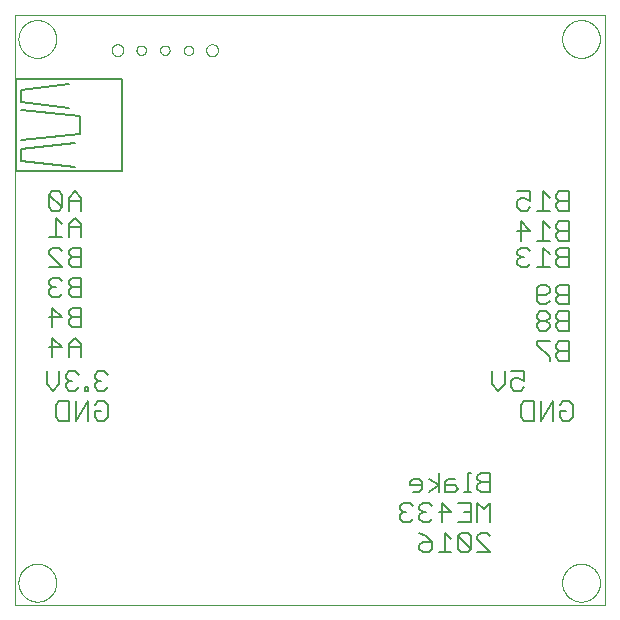
<source format=gbo>
G75*
%MOIN*%
%OFA0B0*%
%FSLAX25Y25*%
%IPPOS*%
%LPD*%
%AMOC8*
5,1,8,0,0,1.08239X$1,22.5*
%
%ADD10C,0.00000*%
%ADD11C,0.00600*%
%ADD12C,0.00500*%
D10*
X0001800Y0001800D02*
X0001800Y0198650D01*
X0198650Y0198650D01*
X0198650Y0001800D01*
X0001800Y0001800D01*
X0003001Y0009300D02*
X0003003Y0009458D01*
X0003009Y0009616D01*
X0003019Y0009774D01*
X0003033Y0009932D01*
X0003051Y0010089D01*
X0003072Y0010246D01*
X0003098Y0010402D01*
X0003128Y0010558D01*
X0003161Y0010713D01*
X0003199Y0010866D01*
X0003240Y0011019D01*
X0003285Y0011171D01*
X0003334Y0011322D01*
X0003387Y0011471D01*
X0003443Y0011619D01*
X0003503Y0011765D01*
X0003567Y0011910D01*
X0003635Y0012053D01*
X0003706Y0012195D01*
X0003780Y0012335D01*
X0003858Y0012472D01*
X0003940Y0012608D01*
X0004024Y0012742D01*
X0004113Y0012873D01*
X0004204Y0013002D01*
X0004299Y0013129D01*
X0004396Y0013254D01*
X0004497Y0013376D01*
X0004601Y0013495D01*
X0004708Y0013612D01*
X0004818Y0013726D01*
X0004931Y0013837D01*
X0005046Y0013946D01*
X0005164Y0014051D01*
X0005285Y0014153D01*
X0005408Y0014253D01*
X0005534Y0014349D01*
X0005662Y0014442D01*
X0005792Y0014532D01*
X0005925Y0014618D01*
X0006060Y0014702D01*
X0006196Y0014781D01*
X0006335Y0014858D01*
X0006476Y0014930D01*
X0006618Y0015000D01*
X0006762Y0015065D01*
X0006908Y0015127D01*
X0007055Y0015185D01*
X0007204Y0015240D01*
X0007354Y0015291D01*
X0007505Y0015338D01*
X0007657Y0015381D01*
X0007810Y0015420D01*
X0007965Y0015456D01*
X0008120Y0015487D01*
X0008276Y0015515D01*
X0008432Y0015539D01*
X0008589Y0015559D01*
X0008747Y0015575D01*
X0008904Y0015587D01*
X0009063Y0015595D01*
X0009221Y0015599D01*
X0009379Y0015599D01*
X0009537Y0015595D01*
X0009696Y0015587D01*
X0009853Y0015575D01*
X0010011Y0015559D01*
X0010168Y0015539D01*
X0010324Y0015515D01*
X0010480Y0015487D01*
X0010635Y0015456D01*
X0010790Y0015420D01*
X0010943Y0015381D01*
X0011095Y0015338D01*
X0011246Y0015291D01*
X0011396Y0015240D01*
X0011545Y0015185D01*
X0011692Y0015127D01*
X0011838Y0015065D01*
X0011982Y0015000D01*
X0012124Y0014930D01*
X0012265Y0014858D01*
X0012404Y0014781D01*
X0012540Y0014702D01*
X0012675Y0014618D01*
X0012808Y0014532D01*
X0012938Y0014442D01*
X0013066Y0014349D01*
X0013192Y0014253D01*
X0013315Y0014153D01*
X0013436Y0014051D01*
X0013554Y0013946D01*
X0013669Y0013837D01*
X0013782Y0013726D01*
X0013892Y0013612D01*
X0013999Y0013495D01*
X0014103Y0013376D01*
X0014204Y0013254D01*
X0014301Y0013129D01*
X0014396Y0013002D01*
X0014487Y0012873D01*
X0014576Y0012742D01*
X0014660Y0012608D01*
X0014742Y0012472D01*
X0014820Y0012335D01*
X0014894Y0012195D01*
X0014965Y0012053D01*
X0015033Y0011910D01*
X0015097Y0011765D01*
X0015157Y0011619D01*
X0015213Y0011471D01*
X0015266Y0011322D01*
X0015315Y0011171D01*
X0015360Y0011019D01*
X0015401Y0010866D01*
X0015439Y0010713D01*
X0015472Y0010558D01*
X0015502Y0010402D01*
X0015528Y0010246D01*
X0015549Y0010089D01*
X0015567Y0009932D01*
X0015581Y0009774D01*
X0015591Y0009616D01*
X0015597Y0009458D01*
X0015599Y0009300D01*
X0015597Y0009142D01*
X0015591Y0008984D01*
X0015581Y0008826D01*
X0015567Y0008668D01*
X0015549Y0008511D01*
X0015528Y0008354D01*
X0015502Y0008198D01*
X0015472Y0008042D01*
X0015439Y0007887D01*
X0015401Y0007734D01*
X0015360Y0007581D01*
X0015315Y0007429D01*
X0015266Y0007278D01*
X0015213Y0007129D01*
X0015157Y0006981D01*
X0015097Y0006835D01*
X0015033Y0006690D01*
X0014965Y0006547D01*
X0014894Y0006405D01*
X0014820Y0006265D01*
X0014742Y0006128D01*
X0014660Y0005992D01*
X0014576Y0005858D01*
X0014487Y0005727D01*
X0014396Y0005598D01*
X0014301Y0005471D01*
X0014204Y0005346D01*
X0014103Y0005224D01*
X0013999Y0005105D01*
X0013892Y0004988D01*
X0013782Y0004874D01*
X0013669Y0004763D01*
X0013554Y0004654D01*
X0013436Y0004549D01*
X0013315Y0004447D01*
X0013192Y0004347D01*
X0013066Y0004251D01*
X0012938Y0004158D01*
X0012808Y0004068D01*
X0012675Y0003982D01*
X0012540Y0003898D01*
X0012404Y0003819D01*
X0012265Y0003742D01*
X0012124Y0003670D01*
X0011982Y0003600D01*
X0011838Y0003535D01*
X0011692Y0003473D01*
X0011545Y0003415D01*
X0011396Y0003360D01*
X0011246Y0003309D01*
X0011095Y0003262D01*
X0010943Y0003219D01*
X0010790Y0003180D01*
X0010635Y0003144D01*
X0010480Y0003113D01*
X0010324Y0003085D01*
X0010168Y0003061D01*
X0010011Y0003041D01*
X0009853Y0003025D01*
X0009696Y0003013D01*
X0009537Y0003005D01*
X0009379Y0003001D01*
X0009221Y0003001D01*
X0009063Y0003005D01*
X0008904Y0003013D01*
X0008747Y0003025D01*
X0008589Y0003041D01*
X0008432Y0003061D01*
X0008276Y0003085D01*
X0008120Y0003113D01*
X0007965Y0003144D01*
X0007810Y0003180D01*
X0007657Y0003219D01*
X0007505Y0003262D01*
X0007354Y0003309D01*
X0007204Y0003360D01*
X0007055Y0003415D01*
X0006908Y0003473D01*
X0006762Y0003535D01*
X0006618Y0003600D01*
X0006476Y0003670D01*
X0006335Y0003742D01*
X0006196Y0003819D01*
X0006060Y0003898D01*
X0005925Y0003982D01*
X0005792Y0004068D01*
X0005662Y0004158D01*
X0005534Y0004251D01*
X0005408Y0004347D01*
X0005285Y0004447D01*
X0005164Y0004549D01*
X0005046Y0004654D01*
X0004931Y0004763D01*
X0004818Y0004874D01*
X0004708Y0004988D01*
X0004601Y0005105D01*
X0004497Y0005224D01*
X0004396Y0005346D01*
X0004299Y0005471D01*
X0004204Y0005598D01*
X0004113Y0005727D01*
X0004024Y0005858D01*
X0003940Y0005992D01*
X0003858Y0006128D01*
X0003780Y0006265D01*
X0003706Y0006405D01*
X0003635Y0006547D01*
X0003567Y0006690D01*
X0003503Y0006835D01*
X0003443Y0006981D01*
X0003387Y0007129D01*
X0003334Y0007278D01*
X0003285Y0007429D01*
X0003240Y0007581D01*
X0003199Y0007734D01*
X0003161Y0007887D01*
X0003128Y0008042D01*
X0003098Y0008198D01*
X0003072Y0008354D01*
X0003051Y0008511D01*
X0003033Y0008668D01*
X0003019Y0008826D01*
X0003009Y0008984D01*
X0003003Y0009142D01*
X0003001Y0009300D01*
X0034083Y0186800D02*
X0034085Y0186888D01*
X0034091Y0186976D01*
X0034101Y0187064D01*
X0034115Y0187152D01*
X0034132Y0187238D01*
X0034154Y0187324D01*
X0034179Y0187408D01*
X0034209Y0187492D01*
X0034241Y0187574D01*
X0034278Y0187654D01*
X0034318Y0187733D01*
X0034362Y0187810D01*
X0034409Y0187885D01*
X0034459Y0187957D01*
X0034513Y0188028D01*
X0034569Y0188095D01*
X0034629Y0188161D01*
X0034691Y0188223D01*
X0034757Y0188283D01*
X0034824Y0188339D01*
X0034895Y0188393D01*
X0034967Y0188443D01*
X0035042Y0188490D01*
X0035119Y0188534D01*
X0035198Y0188574D01*
X0035278Y0188611D01*
X0035360Y0188643D01*
X0035444Y0188673D01*
X0035528Y0188698D01*
X0035614Y0188720D01*
X0035700Y0188737D01*
X0035788Y0188751D01*
X0035876Y0188761D01*
X0035964Y0188767D01*
X0036052Y0188769D01*
X0036140Y0188767D01*
X0036228Y0188761D01*
X0036316Y0188751D01*
X0036404Y0188737D01*
X0036490Y0188720D01*
X0036576Y0188698D01*
X0036660Y0188673D01*
X0036744Y0188643D01*
X0036826Y0188611D01*
X0036906Y0188574D01*
X0036985Y0188534D01*
X0037062Y0188490D01*
X0037137Y0188443D01*
X0037209Y0188393D01*
X0037280Y0188339D01*
X0037347Y0188283D01*
X0037413Y0188223D01*
X0037475Y0188161D01*
X0037535Y0188095D01*
X0037591Y0188028D01*
X0037645Y0187957D01*
X0037695Y0187885D01*
X0037742Y0187810D01*
X0037786Y0187733D01*
X0037826Y0187654D01*
X0037863Y0187574D01*
X0037895Y0187492D01*
X0037925Y0187408D01*
X0037950Y0187324D01*
X0037972Y0187238D01*
X0037989Y0187152D01*
X0038003Y0187064D01*
X0038013Y0186976D01*
X0038019Y0186888D01*
X0038021Y0186800D01*
X0038019Y0186712D01*
X0038013Y0186624D01*
X0038003Y0186536D01*
X0037989Y0186448D01*
X0037972Y0186362D01*
X0037950Y0186276D01*
X0037925Y0186192D01*
X0037895Y0186108D01*
X0037863Y0186026D01*
X0037826Y0185946D01*
X0037786Y0185867D01*
X0037742Y0185790D01*
X0037695Y0185715D01*
X0037645Y0185643D01*
X0037591Y0185572D01*
X0037535Y0185505D01*
X0037475Y0185439D01*
X0037413Y0185377D01*
X0037347Y0185317D01*
X0037280Y0185261D01*
X0037209Y0185207D01*
X0037137Y0185157D01*
X0037062Y0185110D01*
X0036985Y0185066D01*
X0036906Y0185026D01*
X0036826Y0184989D01*
X0036744Y0184957D01*
X0036660Y0184927D01*
X0036576Y0184902D01*
X0036490Y0184880D01*
X0036404Y0184863D01*
X0036316Y0184849D01*
X0036228Y0184839D01*
X0036140Y0184833D01*
X0036052Y0184831D01*
X0035964Y0184833D01*
X0035876Y0184839D01*
X0035788Y0184849D01*
X0035700Y0184863D01*
X0035614Y0184880D01*
X0035528Y0184902D01*
X0035444Y0184927D01*
X0035360Y0184957D01*
X0035278Y0184989D01*
X0035198Y0185026D01*
X0035119Y0185066D01*
X0035042Y0185110D01*
X0034967Y0185157D01*
X0034895Y0185207D01*
X0034824Y0185261D01*
X0034757Y0185317D01*
X0034691Y0185377D01*
X0034629Y0185439D01*
X0034569Y0185505D01*
X0034513Y0185572D01*
X0034459Y0185643D01*
X0034409Y0185715D01*
X0034362Y0185790D01*
X0034318Y0185867D01*
X0034278Y0185946D01*
X0034241Y0186026D01*
X0034209Y0186108D01*
X0034179Y0186192D01*
X0034154Y0186276D01*
X0034132Y0186362D01*
X0034115Y0186448D01*
X0034101Y0186536D01*
X0034091Y0186624D01*
X0034085Y0186712D01*
X0034083Y0186800D01*
X0042351Y0186800D02*
X0042353Y0186879D01*
X0042359Y0186958D01*
X0042369Y0187037D01*
X0042383Y0187115D01*
X0042400Y0187192D01*
X0042422Y0187268D01*
X0042447Y0187343D01*
X0042477Y0187416D01*
X0042509Y0187488D01*
X0042546Y0187559D01*
X0042586Y0187627D01*
X0042629Y0187693D01*
X0042675Y0187757D01*
X0042725Y0187819D01*
X0042778Y0187878D01*
X0042833Y0187934D01*
X0042892Y0187988D01*
X0042953Y0188038D01*
X0043016Y0188086D01*
X0043082Y0188130D01*
X0043150Y0188171D01*
X0043220Y0188208D01*
X0043291Y0188242D01*
X0043365Y0188272D01*
X0043439Y0188298D01*
X0043515Y0188320D01*
X0043592Y0188339D01*
X0043670Y0188354D01*
X0043748Y0188365D01*
X0043827Y0188372D01*
X0043906Y0188375D01*
X0043985Y0188374D01*
X0044064Y0188369D01*
X0044143Y0188360D01*
X0044221Y0188347D01*
X0044298Y0188330D01*
X0044375Y0188310D01*
X0044450Y0188285D01*
X0044524Y0188257D01*
X0044597Y0188225D01*
X0044667Y0188190D01*
X0044736Y0188151D01*
X0044803Y0188108D01*
X0044868Y0188062D01*
X0044930Y0188014D01*
X0044990Y0187962D01*
X0045047Y0187907D01*
X0045101Y0187849D01*
X0045152Y0187789D01*
X0045200Y0187726D01*
X0045245Y0187661D01*
X0045287Y0187593D01*
X0045325Y0187524D01*
X0045359Y0187453D01*
X0045390Y0187380D01*
X0045418Y0187305D01*
X0045441Y0187230D01*
X0045461Y0187153D01*
X0045477Y0187076D01*
X0045489Y0186997D01*
X0045497Y0186919D01*
X0045501Y0186840D01*
X0045501Y0186760D01*
X0045497Y0186681D01*
X0045489Y0186603D01*
X0045477Y0186524D01*
X0045461Y0186447D01*
X0045441Y0186370D01*
X0045418Y0186295D01*
X0045390Y0186220D01*
X0045359Y0186147D01*
X0045325Y0186076D01*
X0045287Y0186007D01*
X0045245Y0185939D01*
X0045200Y0185874D01*
X0045152Y0185811D01*
X0045101Y0185751D01*
X0045047Y0185693D01*
X0044990Y0185638D01*
X0044930Y0185586D01*
X0044868Y0185538D01*
X0044803Y0185492D01*
X0044736Y0185449D01*
X0044667Y0185410D01*
X0044597Y0185375D01*
X0044524Y0185343D01*
X0044450Y0185315D01*
X0044375Y0185290D01*
X0044298Y0185270D01*
X0044221Y0185253D01*
X0044143Y0185240D01*
X0044064Y0185231D01*
X0043985Y0185226D01*
X0043906Y0185225D01*
X0043827Y0185228D01*
X0043748Y0185235D01*
X0043670Y0185246D01*
X0043592Y0185261D01*
X0043515Y0185280D01*
X0043439Y0185302D01*
X0043365Y0185328D01*
X0043291Y0185358D01*
X0043220Y0185392D01*
X0043150Y0185429D01*
X0043082Y0185470D01*
X0043016Y0185514D01*
X0042953Y0185562D01*
X0042892Y0185612D01*
X0042833Y0185666D01*
X0042778Y0185722D01*
X0042725Y0185781D01*
X0042675Y0185843D01*
X0042629Y0185907D01*
X0042586Y0185973D01*
X0042546Y0186041D01*
X0042509Y0186112D01*
X0042477Y0186184D01*
X0042447Y0186257D01*
X0042422Y0186332D01*
X0042400Y0186408D01*
X0042383Y0186485D01*
X0042369Y0186563D01*
X0042359Y0186642D01*
X0042353Y0186721D01*
X0042351Y0186800D01*
X0050225Y0186800D02*
X0050227Y0186879D01*
X0050233Y0186958D01*
X0050243Y0187037D01*
X0050257Y0187115D01*
X0050274Y0187192D01*
X0050296Y0187268D01*
X0050321Y0187343D01*
X0050351Y0187416D01*
X0050383Y0187488D01*
X0050420Y0187559D01*
X0050460Y0187627D01*
X0050503Y0187693D01*
X0050549Y0187757D01*
X0050599Y0187819D01*
X0050652Y0187878D01*
X0050707Y0187934D01*
X0050766Y0187988D01*
X0050827Y0188038D01*
X0050890Y0188086D01*
X0050956Y0188130D01*
X0051024Y0188171D01*
X0051094Y0188208D01*
X0051165Y0188242D01*
X0051239Y0188272D01*
X0051313Y0188298D01*
X0051389Y0188320D01*
X0051466Y0188339D01*
X0051544Y0188354D01*
X0051622Y0188365D01*
X0051701Y0188372D01*
X0051780Y0188375D01*
X0051859Y0188374D01*
X0051938Y0188369D01*
X0052017Y0188360D01*
X0052095Y0188347D01*
X0052172Y0188330D01*
X0052249Y0188310D01*
X0052324Y0188285D01*
X0052398Y0188257D01*
X0052471Y0188225D01*
X0052541Y0188190D01*
X0052610Y0188151D01*
X0052677Y0188108D01*
X0052742Y0188062D01*
X0052804Y0188014D01*
X0052864Y0187962D01*
X0052921Y0187907D01*
X0052975Y0187849D01*
X0053026Y0187789D01*
X0053074Y0187726D01*
X0053119Y0187661D01*
X0053161Y0187593D01*
X0053199Y0187524D01*
X0053233Y0187453D01*
X0053264Y0187380D01*
X0053292Y0187305D01*
X0053315Y0187230D01*
X0053335Y0187153D01*
X0053351Y0187076D01*
X0053363Y0186997D01*
X0053371Y0186919D01*
X0053375Y0186840D01*
X0053375Y0186760D01*
X0053371Y0186681D01*
X0053363Y0186603D01*
X0053351Y0186524D01*
X0053335Y0186447D01*
X0053315Y0186370D01*
X0053292Y0186295D01*
X0053264Y0186220D01*
X0053233Y0186147D01*
X0053199Y0186076D01*
X0053161Y0186007D01*
X0053119Y0185939D01*
X0053074Y0185874D01*
X0053026Y0185811D01*
X0052975Y0185751D01*
X0052921Y0185693D01*
X0052864Y0185638D01*
X0052804Y0185586D01*
X0052742Y0185538D01*
X0052677Y0185492D01*
X0052610Y0185449D01*
X0052541Y0185410D01*
X0052471Y0185375D01*
X0052398Y0185343D01*
X0052324Y0185315D01*
X0052249Y0185290D01*
X0052172Y0185270D01*
X0052095Y0185253D01*
X0052017Y0185240D01*
X0051938Y0185231D01*
X0051859Y0185226D01*
X0051780Y0185225D01*
X0051701Y0185228D01*
X0051622Y0185235D01*
X0051544Y0185246D01*
X0051466Y0185261D01*
X0051389Y0185280D01*
X0051313Y0185302D01*
X0051239Y0185328D01*
X0051165Y0185358D01*
X0051094Y0185392D01*
X0051024Y0185429D01*
X0050956Y0185470D01*
X0050890Y0185514D01*
X0050827Y0185562D01*
X0050766Y0185612D01*
X0050707Y0185666D01*
X0050652Y0185722D01*
X0050599Y0185781D01*
X0050549Y0185843D01*
X0050503Y0185907D01*
X0050460Y0185973D01*
X0050420Y0186041D01*
X0050383Y0186112D01*
X0050351Y0186184D01*
X0050321Y0186257D01*
X0050296Y0186332D01*
X0050274Y0186408D01*
X0050257Y0186485D01*
X0050243Y0186563D01*
X0050233Y0186642D01*
X0050227Y0186721D01*
X0050225Y0186800D01*
X0058099Y0186800D02*
X0058101Y0186879D01*
X0058107Y0186958D01*
X0058117Y0187037D01*
X0058131Y0187115D01*
X0058148Y0187192D01*
X0058170Y0187268D01*
X0058195Y0187343D01*
X0058225Y0187416D01*
X0058257Y0187488D01*
X0058294Y0187559D01*
X0058334Y0187627D01*
X0058377Y0187693D01*
X0058423Y0187757D01*
X0058473Y0187819D01*
X0058526Y0187878D01*
X0058581Y0187934D01*
X0058640Y0187988D01*
X0058701Y0188038D01*
X0058764Y0188086D01*
X0058830Y0188130D01*
X0058898Y0188171D01*
X0058968Y0188208D01*
X0059039Y0188242D01*
X0059113Y0188272D01*
X0059187Y0188298D01*
X0059263Y0188320D01*
X0059340Y0188339D01*
X0059418Y0188354D01*
X0059496Y0188365D01*
X0059575Y0188372D01*
X0059654Y0188375D01*
X0059733Y0188374D01*
X0059812Y0188369D01*
X0059891Y0188360D01*
X0059969Y0188347D01*
X0060046Y0188330D01*
X0060123Y0188310D01*
X0060198Y0188285D01*
X0060272Y0188257D01*
X0060345Y0188225D01*
X0060415Y0188190D01*
X0060484Y0188151D01*
X0060551Y0188108D01*
X0060616Y0188062D01*
X0060678Y0188014D01*
X0060738Y0187962D01*
X0060795Y0187907D01*
X0060849Y0187849D01*
X0060900Y0187789D01*
X0060948Y0187726D01*
X0060993Y0187661D01*
X0061035Y0187593D01*
X0061073Y0187524D01*
X0061107Y0187453D01*
X0061138Y0187380D01*
X0061166Y0187305D01*
X0061189Y0187230D01*
X0061209Y0187153D01*
X0061225Y0187076D01*
X0061237Y0186997D01*
X0061245Y0186919D01*
X0061249Y0186840D01*
X0061249Y0186760D01*
X0061245Y0186681D01*
X0061237Y0186603D01*
X0061225Y0186524D01*
X0061209Y0186447D01*
X0061189Y0186370D01*
X0061166Y0186295D01*
X0061138Y0186220D01*
X0061107Y0186147D01*
X0061073Y0186076D01*
X0061035Y0186007D01*
X0060993Y0185939D01*
X0060948Y0185874D01*
X0060900Y0185811D01*
X0060849Y0185751D01*
X0060795Y0185693D01*
X0060738Y0185638D01*
X0060678Y0185586D01*
X0060616Y0185538D01*
X0060551Y0185492D01*
X0060484Y0185449D01*
X0060415Y0185410D01*
X0060345Y0185375D01*
X0060272Y0185343D01*
X0060198Y0185315D01*
X0060123Y0185290D01*
X0060046Y0185270D01*
X0059969Y0185253D01*
X0059891Y0185240D01*
X0059812Y0185231D01*
X0059733Y0185226D01*
X0059654Y0185225D01*
X0059575Y0185228D01*
X0059496Y0185235D01*
X0059418Y0185246D01*
X0059340Y0185261D01*
X0059263Y0185280D01*
X0059187Y0185302D01*
X0059113Y0185328D01*
X0059039Y0185358D01*
X0058968Y0185392D01*
X0058898Y0185429D01*
X0058830Y0185470D01*
X0058764Y0185514D01*
X0058701Y0185562D01*
X0058640Y0185612D01*
X0058581Y0185666D01*
X0058526Y0185722D01*
X0058473Y0185781D01*
X0058423Y0185843D01*
X0058377Y0185907D01*
X0058334Y0185973D01*
X0058294Y0186041D01*
X0058257Y0186112D01*
X0058225Y0186184D01*
X0058195Y0186257D01*
X0058170Y0186332D01*
X0058148Y0186408D01*
X0058131Y0186485D01*
X0058117Y0186563D01*
X0058107Y0186642D01*
X0058101Y0186721D01*
X0058099Y0186800D01*
X0065579Y0186800D02*
X0065581Y0186888D01*
X0065587Y0186976D01*
X0065597Y0187064D01*
X0065611Y0187152D01*
X0065628Y0187238D01*
X0065650Y0187324D01*
X0065675Y0187408D01*
X0065705Y0187492D01*
X0065737Y0187574D01*
X0065774Y0187654D01*
X0065814Y0187733D01*
X0065858Y0187810D01*
X0065905Y0187885D01*
X0065955Y0187957D01*
X0066009Y0188028D01*
X0066065Y0188095D01*
X0066125Y0188161D01*
X0066187Y0188223D01*
X0066253Y0188283D01*
X0066320Y0188339D01*
X0066391Y0188393D01*
X0066463Y0188443D01*
X0066538Y0188490D01*
X0066615Y0188534D01*
X0066694Y0188574D01*
X0066774Y0188611D01*
X0066856Y0188643D01*
X0066940Y0188673D01*
X0067024Y0188698D01*
X0067110Y0188720D01*
X0067196Y0188737D01*
X0067284Y0188751D01*
X0067372Y0188761D01*
X0067460Y0188767D01*
X0067548Y0188769D01*
X0067636Y0188767D01*
X0067724Y0188761D01*
X0067812Y0188751D01*
X0067900Y0188737D01*
X0067986Y0188720D01*
X0068072Y0188698D01*
X0068156Y0188673D01*
X0068240Y0188643D01*
X0068322Y0188611D01*
X0068402Y0188574D01*
X0068481Y0188534D01*
X0068558Y0188490D01*
X0068633Y0188443D01*
X0068705Y0188393D01*
X0068776Y0188339D01*
X0068843Y0188283D01*
X0068909Y0188223D01*
X0068971Y0188161D01*
X0069031Y0188095D01*
X0069087Y0188028D01*
X0069141Y0187957D01*
X0069191Y0187885D01*
X0069238Y0187810D01*
X0069282Y0187733D01*
X0069322Y0187654D01*
X0069359Y0187574D01*
X0069391Y0187492D01*
X0069421Y0187408D01*
X0069446Y0187324D01*
X0069468Y0187238D01*
X0069485Y0187152D01*
X0069499Y0187064D01*
X0069509Y0186976D01*
X0069515Y0186888D01*
X0069517Y0186800D01*
X0069515Y0186712D01*
X0069509Y0186624D01*
X0069499Y0186536D01*
X0069485Y0186448D01*
X0069468Y0186362D01*
X0069446Y0186276D01*
X0069421Y0186192D01*
X0069391Y0186108D01*
X0069359Y0186026D01*
X0069322Y0185946D01*
X0069282Y0185867D01*
X0069238Y0185790D01*
X0069191Y0185715D01*
X0069141Y0185643D01*
X0069087Y0185572D01*
X0069031Y0185505D01*
X0068971Y0185439D01*
X0068909Y0185377D01*
X0068843Y0185317D01*
X0068776Y0185261D01*
X0068705Y0185207D01*
X0068633Y0185157D01*
X0068558Y0185110D01*
X0068481Y0185066D01*
X0068402Y0185026D01*
X0068322Y0184989D01*
X0068240Y0184957D01*
X0068156Y0184927D01*
X0068072Y0184902D01*
X0067986Y0184880D01*
X0067900Y0184863D01*
X0067812Y0184849D01*
X0067724Y0184839D01*
X0067636Y0184833D01*
X0067548Y0184831D01*
X0067460Y0184833D01*
X0067372Y0184839D01*
X0067284Y0184849D01*
X0067196Y0184863D01*
X0067110Y0184880D01*
X0067024Y0184902D01*
X0066940Y0184927D01*
X0066856Y0184957D01*
X0066774Y0184989D01*
X0066694Y0185026D01*
X0066615Y0185066D01*
X0066538Y0185110D01*
X0066463Y0185157D01*
X0066391Y0185207D01*
X0066320Y0185261D01*
X0066253Y0185317D01*
X0066187Y0185377D01*
X0066125Y0185439D01*
X0066065Y0185505D01*
X0066009Y0185572D01*
X0065955Y0185643D01*
X0065905Y0185715D01*
X0065858Y0185790D01*
X0065814Y0185867D01*
X0065774Y0185946D01*
X0065737Y0186026D01*
X0065705Y0186108D01*
X0065675Y0186192D01*
X0065650Y0186276D01*
X0065628Y0186362D01*
X0065611Y0186448D01*
X0065597Y0186536D01*
X0065587Y0186624D01*
X0065581Y0186712D01*
X0065579Y0186800D01*
X0003001Y0190550D02*
X0003003Y0190708D01*
X0003009Y0190866D01*
X0003019Y0191024D01*
X0003033Y0191182D01*
X0003051Y0191339D01*
X0003072Y0191496D01*
X0003098Y0191652D01*
X0003128Y0191808D01*
X0003161Y0191963D01*
X0003199Y0192116D01*
X0003240Y0192269D01*
X0003285Y0192421D01*
X0003334Y0192572D01*
X0003387Y0192721D01*
X0003443Y0192869D01*
X0003503Y0193015D01*
X0003567Y0193160D01*
X0003635Y0193303D01*
X0003706Y0193445D01*
X0003780Y0193585D01*
X0003858Y0193722D01*
X0003940Y0193858D01*
X0004024Y0193992D01*
X0004113Y0194123D01*
X0004204Y0194252D01*
X0004299Y0194379D01*
X0004396Y0194504D01*
X0004497Y0194626D01*
X0004601Y0194745D01*
X0004708Y0194862D01*
X0004818Y0194976D01*
X0004931Y0195087D01*
X0005046Y0195196D01*
X0005164Y0195301D01*
X0005285Y0195403D01*
X0005408Y0195503D01*
X0005534Y0195599D01*
X0005662Y0195692D01*
X0005792Y0195782D01*
X0005925Y0195868D01*
X0006060Y0195952D01*
X0006196Y0196031D01*
X0006335Y0196108D01*
X0006476Y0196180D01*
X0006618Y0196250D01*
X0006762Y0196315D01*
X0006908Y0196377D01*
X0007055Y0196435D01*
X0007204Y0196490D01*
X0007354Y0196541D01*
X0007505Y0196588D01*
X0007657Y0196631D01*
X0007810Y0196670D01*
X0007965Y0196706D01*
X0008120Y0196737D01*
X0008276Y0196765D01*
X0008432Y0196789D01*
X0008589Y0196809D01*
X0008747Y0196825D01*
X0008904Y0196837D01*
X0009063Y0196845D01*
X0009221Y0196849D01*
X0009379Y0196849D01*
X0009537Y0196845D01*
X0009696Y0196837D01*
X0009853Y0196825D01*
X0010011Y0196809D01*
X0010168Y0196789D01*
X0010324Y0196765D01*
X0010480Y0196737D01*
X0010635Y0196706D01*
X0010790Y0196670D01*
X0010943Y0196631D01*
X0011095Y0196588D01*
X0011246Y0196541D01*
X0011396Y0196490D01*
X0011545Y0196435D01*
X0011692Y0196377D01*
X0011838Y0196315D01*
X0011982Y0196250D01*
X0012124Y0196180D01*
X0012265Y0196108D01*
X0012404Y0196031D01*
X0012540Y0195952D01*
X0012675Y0195868D01*
X0012808Y0195782D01*
X0012938Y0195692D01*
X0013066Y0195599D01*
X0013192Y0195503D01*
X0013315Y0195403D01*
X0013436Y0195301D01*
X0013554Y0195196D01*
X0013669Y0195087D01*
X0013782Y0194976D01*
X0013892Y0194862D01*
X0013999Y0194745D01*
X0014103Y0194626D01*
X0014204Y0194504D01*
X0014301Y0194379D01*
X0014396Y0194252D01*
X0014487Y0194123D01*
X0014576Y0193992D01*
X0014660Y0193858D01*
X0014742Y0193722D01*
X0014820Y0193585D01*
X0014894Y0193445D01*
X0014965Y0193303D01*
X0015033Y0193160D01*
X0015097Y0193015D01*
X0015157Y0192869D01*
X0015213Y0192721D01*
X0015266Y0192572D01*
X0015315Y0192421D01*
X0015360Y0192269D01*
X0015401Y0192116D01*
X0015439Y0191963D01*
X0015472Y0191808D01*
X0015502Y0191652D01*
X0015528Y0191496D01*
X0015549Y0191339D01*
X0015567Y0191182D01*
X0015581Y0191024D01*
X0015591Y0190866D01*
X0015597Y0190708D01*
X0015599Y0190550D01*
X0015597Y0190392D01*
X0015591Y0190234D01*
X0015581Y0190076D01*
X0015567Y0189918D01*
X0015549Y0189761D01*
X0015528Y0189604D01*
X0015502Y0189448D01*
X0015472Y0189292D01*
X0015439Y0189137D01*
X0015401Y0188984D01*
X0015360Y0188831D01*
X0015315Y0188679D01*
X0015266Y0188528D01*
X0015213Y0188379D01*
X0015157Y0188231D01*
X0015097Y0188085D01*
X0015033Y0187940D01*
X0014965Y0187797D01*
X0014894Y0187655D01*
X0014820Y0187515D01*
X0014742Y0187378D01*
X0014660Y0187242D01*
X0014576Y0187108D01*
X0014487Y0186977D01*
X0014396Y0186848D01*
X0014301Y0186721D01*
X0014204Y0186596D01*
X0014103Y0186474D01*
X0013999Y0186355D01*
X0013892Y0186238D01*
X0013782Y0186124D01*
X0013669Y0186013D01*
X0013554Y0185904D01*
X0013436Y0185799D01*
X0013315Y0185697D01*
X0013192Y0185597D01*
X0013066Y0185501D01*
X0012938Y0185408D01*
X0012808Y0185318D01*
X0012675Y0185232D01*
X0012540Y0185148D01*
X0012404Y0185069D01*
X0012265Y0184992D01*
X0012124Y0184920D01*
X0011982Y0184850D01*
X0011838Y0184785D01*
X0011692Y0184723D01*
X0011545Y0184665D01*
X0011396Y0184610D01*
X0011246Y0184559D01*
X0011095Y0184512D01*
X0010943Y0184469D01*
X0010790Y0184430D01*
X0010635Y0184394D01*
X0010480Y0184363D01*
X0010324Y0184335D01*
X0010168Y0184311D01*
X0010011Y0184291D01*
X0009853Y0184275D01*
X0009696Y0184263D01*
X0009537Y0184255D01*
X0009379Y0184251D01*
X0009221Y0184251D01*
X0009063Y0184255D01*
X0008904Y0184263D01*
X0008747Y0184275D01*
X0008589Y0184291D01*
X0008432Y0184311D01*
X0008276Y0184335D01*
X0008120Y0184363D01*
X0007965Y0184394D01*
X0007810Y0184430D01*
X0007657Y0184469D01*
X0007505Y0184512D01*
X0007354Y0184559D01*
X0007204Y0184610D01*
X0007055Y0184665D01*
X0006908Y0184723D01*
X0006762Y0184785D01*
X0006618Y0184850D01*
X0006476Y0184920D01*
X0006335Y0184992D01*
X0006196Y0185069D01*
X0006060Y0185148D01*
X0005925Y0185232D01*
X0005792Y0185318D01*
X0005662Y0185408D01*
X0005534Y0185501D01*
X0005408Y0185597D01*
X0005285Y0185697D01*
X0005164Y0185799D01*
X0005046Y0185904D01*
X0004931Y0186013D01*
X0004818Y0186124D01*
X0004708Y0186238D01*
X0004601Y0186355D01*
X0004497Y0186474D01*
X0004396Y0186596D01*
X0004299Y0186721D01*
X0004204Y0186848D01*
X0004113Y0186977D01*
X0004024Y0187108D01*
X0003940Y0187242D01*
X0003858Y0187378D01*
X0003780Y0187515D01*
X0003706Y0187655D01*
X0003635Y0187797D01*
X0003567Y0187940D01*
X0003503Y0188085D01*
X0003443Y0188231D01*
X0003387Y0188379D01*
X0003334Y0188528D01*
X0003285Y0188679D01*
X0003240Y0188831D01*
X0003199Y0188984D01*
X0003161Y0189137D01*
X0003128Y0189292D01*
X0003098Y0189448D01*
X0003072Y0189604D01*
X0003051Y0189761D01*
X0003033Y0189918D01*
X0003019Y0190076D01*
X0003009Y0190234D01*
X0003003Y0190392D01*
X0003001Y0190550D01*
X0184251Y0190550D02*
X0184253Y0190708D01*
X0184259Y0190866D01*
X0184269Y0191024D01*
X0184283Y0191182D01*
X0184301Y0191339D01*
X0184322Y0191496D01*
X0184348Y0191652D01*
X0184378Y0191808D01*
X0184411Y0191963D01*
X0184449Y0192116D01*
X0184490Y0192269D01*
X0184535Y0192421D01*
X0184584Y0192572D01*
X0184637Y0192721D01*
X0184693Y0192869D01*
X0184753Y0193015D01*
X0184817Y0193160D01*
X0184885Y0193303D01*
X0184956Y0193445D01*
X0185030Y0193585D01*
X0185108Y0193722D01*
X0185190Y0193858D01*
X0185274Y0193992D01*
X0185363Y0194123D01*
X0185454Y0194252D01*
X0185549Y0194379D01*
X0185646Y0194504D01*
X0185747Y0194626D01*
X0185851Y0194745D01*
X0185958Y0194862D01*
X0186068Y0194976D01*
X0186181Y0195087D01*
X0186296Y0195196D01*
X0186414Y0195301D01*
X0186535Y0195403D01*
X0186658Y0195503D01*
X0186784Y0195599D01*
X0186912Y0195692D01*
X0187042Y0195782D01*
X0187175Y0195868D01*
X0187310Y0195952D01*
X0187446Y0196031D01*
X0187585Y0196108D01*
X0187726Y0196180D01*
X0187868Y0196250D01*
X0188012Y0196315D01*
X0188158Y0196377D01*
X0188305Y0196435D01*
X0188454Y0196490D01*
X0188604Y0196541D01*
X0188755Y0196588D01*
X0188907Y0196631D01*
X0189060Y0196670D01*
X0189215Y0196706D01*
X0189370Y0196737D01*
X0189526Y0196765D01*
X0189682Y0196789D01*
X0189839Y0196809D01*
X0189997Y0196825D01*
X0190154Y0196837D01*
X0190313Y0196845D01*
X0190471Y0196849D01*
X0190629Y0196849D01*
X0190787Y0196845D01*
X0190946Y0196837D01*
X0191103Y0196825D01*
X0191261Y0196809D01*
X0191418Y0196789D01*
X0191574Y0196765D01*
X0191730Y0196737D01*
X0191885Y0196706D01*
X0192040Y0196670D01*
X0192193Y0196631D01*
X0192345Y0196588D01*
X0192496Y0196541D01*
X0192646Y0196490D01*
X0192795Y0196435D01*
X0192942Y0196377D01*
X0193088Y0196315D01*
X0193232Y0196250D01*
X0193374Y0196180D01*
X0193515Y0196108D01*
X0193654Y0196031D01*
X0193790Y0195952D01*
X0193925Y0195868D01*
X0194058Y0195782D01*
X0194188Y0195692D01*
X0194316Y0195599D01*
X0194442Y0195503D01*
X0194565Y0195403D01*
X0194686Y0195301D01*
X0194804Y0195196D01*
X0194919Y0195087D01*
X0195032Y0194976D01*
X0195142Y0194862D01*
X0195249Y0194745D01*
X0195353Y0194626D01*
X0195454Y0194504D01*
X0195551Y0194379D01*
X0195646Y0194252D01*
X0195737Y0194123D01*
X0195826Y0193992D01*
X0195910Y0193858D01*
X0195992Y0193722D01*
X0196070Y0193585D01*
X0196144Y0193445D01*
X0196215Y0193303D01*
X0196283Y0193160D01*
X0196347Y0193015D01*
X0196407Y0192869D01*
X0196463Y0192721D01*
X0196516Y0192572D01*
X0196565Y0192421D01*
X0196610Y0192269D01*
X0196651Y0192116D01*
X0196689Y0191963D01*
X0196722Y0191808D01*
X0196752Y0191652D01*
X0196778Y0191496D01*
X0196799Y0191339D01*
X0196817Y0191182D01*
X0196831Y0191024D01*
X0196841Y0190866D01*
X0196847Y0190708D01*
X0196849Y0190550D01*
X0196847Y0190392D01*
X0196841Y0190234D01*
X0196831Y0190076D01*
X0196817Y0189918D01*
X0196799Y0189761D01*
X0196778Y0189604D01*
X0196752Y0189448D01*
X0196722Y0189292D01*
X0196689Y0189137D01*
X0196651Y0188984D01*
X0196610Y0188831D01*
X0196565Y0188679D01*
X0196516Y0188528D01*
X0196463Y0188379D01*
X0196407Y0188231D01*
X0196347Y0188085D01*
X0196283Y0187940D01*
X0196215Y0187797D01*
X0196144Y0187655D01*
X0196070Y0187515D01*
X0195992Y0187378D01*
X0195910Y0187242D01*
X0195826Y0187108D01*
X0195737Y0186977D01*
X0195646Y0186848D01*
X0195551Y0186721D01*
X0195454Y0186596D01*
X0195353Y0186474D01*
X0195249Y0186355D01*
X0195142Y0186238D01*
X0195032Y0186124D01*
X0194919Y0186013D01*
X0194804Y0185904D01*
X0194686Y0185799D01*
X0194565Y0185697D01*
X0194442Y0185597D01*
X0194316Y0185501D01*
X0194188Y0185408D01*
X0194058Y0185318D01*
X0193925Y0185232D01*
X0193790Y0185148D01*
X0193654Y0185069D01*
X0193515Y0184992D01*
X0193374Y0184920D01*
X0193232Y0184850D01*
X0193088Y0184785D01*
X0192942Y0184723D01*
X0192795Y0184665D01*
X0192646Y0184610D01*
X0192496Y0184559D01*
X0192345Y0184512D01*
X0192193Y0184469D01*
X0192040Y0184430D01*
X0191885Y0184394D01*
X0191730Y0184363D01*
X0191574Y0184335D01*
X0191418Y0184311D01*
X0191261Y0184291D01*
X0191103Y0184275D01*
X0190946Y0184263D01*
X0190787Y0184255D01*
X0190629Y0184251D01*
X0190471Y0184251D01*
X0190313Y0184255D01*
X0190154Y0184263D01*
X0189997Y0184275D01*
X0189839Y0184291D01*
X0189682Y0184311D01*
X0189526Y0184335D01*
X0189370Y0184363D01*
X0189215Y0184394D01*
X0189060Y0184430D01*
X0188907Y0184469D01*
X0188755Y0184512D01*
X0188604Y0184559D01*
X0188454Y0184610D01*
X0188305Y0184665D01*
X0188158Y0184723D01*
X0188012Y0184785D01*
X0187868Y0184850D01*
X0187726Y0184920D01*
X0187585Y0184992D01*
X0187446Y0185069D01*
X0187310Y0185148D01*
X0187175Y0185232D01*
X0187042Y0185318D01*
X0186912Y0185408D01*
X0186784Y0185501D01*
X0186658Y0185597D01*
X0186535Y0185697D01*
X0186414Y0185799D01*
X0186296Y0185904D01*
X0186181Y0186013D01*
X0186068Y0186124D01*
X0185958Y0186238D01*
X0185851Y0186355D01*
X0185747Y0186474D01*
X0185646Y0186596D01*
X0185549Y0186721D01*
X0185454Y0186848D01*
X0185363Y0186977D01*
X0185274Y0187108D01*
X0185190Y0187242D01*
X0185108Y0187378D01*
X0185030Y0187515D01*
X0184956Y0187655D01*
X0184885Y0187797D01*
X0184817Y0187940D01*
X0184753Y0188085D01*
X0184693Y0188231D01*
X0184637Y0188379D01*
X0184584Y0188528D01*
X0184535Y0188679D01*
X0184490Y0188831D01*
X0184449Y0188984D01*
X0184411Y0189137D01*
X0184378Y0189292D01*
X0184348Y0189448D01*
X0184322Y0189604D01*
X0184301Y0189761D01*
X0184283Y0189918D01*
X0184269Y0190076D01*
X0184259Y0190234D01*
X0184253Y0190392D01*
X0184251Y0190550D01*
X0184251Y0009300D02*
X0184253Y0009458D01*
X0184259Y0009616D01*
X0184269Y0009774D01*
X0184283Y0009932D01*
X0184301Y0010089D01*
X0184322Y0010246D01*
X0184348Y0010402D01*
X0184378Y0010558D01*
X0184411Y0010713D01*
X0184449Y0010866D01*
X0184490Y0011019D01*
X0184535Y0011171D01*
X0184584Y0011322D01*
X0184637Y0011471D01*
X0184693Y0011619D01*
X0184753Y0011765D01*
X0184817Y0011910D01*
X0184885Y0012053D01*
X0184956Y0012195D01*
X0185030Y0012335D01*
X0185108Y0012472D01*
X0185190Y0012608D01*
X0185274Y0012742D01*
X0185363Y0012873D01*
X0185454Y0013002D01*
X0185549Y0013129D01*
X0185646Y0013254D01*
X0185747Y0013376D01*
X0185851Y0013495D01*
X0185958Y0013612D01*
X0186068Y0013726D01*
X0186181Y0013837D01*
X0186296Y0013946D01*
X0186414Y0014051D01*
X0186535Y0014153D01*
X0186658Y0014253D01*
X0186784Y0014349D01*
X0186912Y0014442D01*
X0187042Y0014532D01*
X0187175Y0014618D01*
X0187310Y0014702D01*
X0187446Y0014781D01*
X0187585Y0014858D01*
X0187726Y0014930D01*
X0187868Y0015000D01*
X0188012Y0015065D01*
X0188158Y0015127D01*
X0188305Y0015185D01*
X0188454Y0015240D01*
X0188604Y0015291D01*
X0188755Y0015338D01*
X0188907Y0015381D01*
X0189060Y0015420D01*
X0189215Y0015456D01*
X0189370Y0015487D01*
X0189526Y0015515D01*
X0189682Y0015539D01*
X0189839Y0015559D01*
X0189997Y0015575D01*
X0190154Y0015587D01*
X0190313Y0015595D01*
X0190471Y0015599D01*
X0190629Y0015599D01*
X0190787Y0015595D01*
X0190946Y0015587D01*
X0191103Y0015575D01*
X0191261Y0015559D01*
X0191418Y0015539D01*
X0191574Y0015515D01*
X0191730Y0015487D01*
X0191885Y0015456D01*
X0192040Y0015420D01*
X0192193Y0015381D01*
X0192345Y0015338D01*
X0192496Y0015291D01*
X0192646Y0015240D01*
X0192795Y0015185D01*
X0192942Y0015127D01*
X0193088Y0015065D01*
X0193232Y0015000D01*
X0193374Y0014930D01*
X0193515Y0014858D01*
X0193654Y0014781D01*
X0193790Y0014702D01*
X0193925Y0014618D01*
X0194058Y0014532D01*
X0194188Y0014442D01*
X0194316Y0014349D01*
X0194442Y0014253D01*
X0194565Y0014153D01*
X0194686Y0014051D01*
X0194804Y0013946D01*
X0194919Y0013837D01*
X0195032Y0013726D01*
X0195142Y0013612D01*
X0195249Y0013495D01*
X0195353Y0013376D01*
X0195454Y0013254D01*
X0195551Y0013129D01*
X0195646Y0013002D01*
X0195737Y0012873D01*
X0195826Y0012742D01*
X0195910Y0012608D01*
X0195992Y0012472D01*
X0196070Y0012335D01*
X0196144Y0012195D01*
X0196215Y0012053D01*
X0196283Y0011910D01*
X0196347Y0011765D01*
X0196407Y0011619D01*
X0196463Y0011471D01*
X0196516Y0011322D01*
X0196565Y0011171D01*
X0196610Y0011019D01*
X0196651Y0010866D01*
X0196689Y0010713D01*
X0196722Y0010558D01*
X0196752Y0010402D01*
X0196778Y0010246D01*
X0196799Y0010089D01*
X0196817Y0009932D01*
X0196831Y0009774D01*
X0196841Y0009616D01*
X0196847Y0009458D01*
X0196849Y0009300D01*
X0196847Y0009142D01*
X0196841Y0008984D01*
X0196831Y0008826D01*
X0196817Y0008668D01*
X0196799Y0008511D01*
X0196778Y0008354D01*
X0196752Y0008198D01*
X0196722Y0008042D01*
X0196689Y0007887D01*
X0196651Y0007734D01*
X0196610Y0007581D01*
X0196565Y0007429D01*
X0196516Y0007278D01*
X0196463Y0007129D01*
X0196407Y0006981D01*
X0196347Y0006835D01*
X0196283Y0006690D01*
X0196215Y0006547D01*
X0196144Y0006405D01*
X0196070Y0006265D01*
X0195992Y0006128D01*
X0195910Y0005992D01*
X0195826Y0005858D01*
X0195737Y0005727D01*
X0195646Y0005598D01*
X0195551Y0005471D01*
X0195454Y0005346D01*
X0195353Y0005224D01*
X0195249Y0005105D01*
X0195142Y0004988D01*
X0195032Y0004874D01*
X0194919Y0004763D01*
X0194804Y0004654D01*
X0194686Y0004549D01*
X0194565Y0004447D01*
X0194442Y0004347D01*
X0194316Y0004251D01*
X0194188Y0004158D01*
X0194058Y0004068D01*
X0193925Y0003982D01*
X0193790Y0003898D01*
X0193654Y0003819D01*
X0193515Y0003742D01*
X0193374Y0003670D01*
X0193232Y0003600D01*
X0193088Y0003535D01*
X0192942Y0003473D01*
X0192795Y0003415D01*
X0192646Y0003360D01*
X0192496Y0003309D01*
X0192345Y0003262D01*
X0192193Y0003219D01*
X0192040Y0003180D01*
X0191885Y0003144D01*
X0191730Y0003113D01*
X0191574Y0003085D01*
X0191418Y0003061D01*
X0191261Y0003041D01*
X0191103Y0003025D01*
X0190946Y0003013D01*
X0190787Y0003005D01*
X0190629Y0003001D01*
X0190471Y0003001D01*
X0190313Y0003005D01*
X0190154Y0003013D01*
X0189997Y0003025D01*
X0189839Y0003041D01*
X0189682Y0003061D01*
X0189526Y0003085D01*
X0189370Y0003113D01*
X0189215Y0003144D01*
X0189060Y0003180D01*
X0188907Y0003219D01*
X0188755Y0003262D01*
X0188604Y0003309D01*
X0188454Y0003360D01*
X0188305Y0003415D01*
X0188158Y0003473D01*
X0188012Y0003535D01*
X0187868Y0003600D01*
X0187726Y0003670D01*
X0187585Y0003742D01*
X0187446Y0003819D01*
X0187310Y0003898D01*
X0187175Y0003982D01*
X0187042Y0004068D01*
X0186912Y0004158D01*
X0186784Y0004251D01*
X0186658Y0004347D01*
X0186535Y0004447D01*
X0186414Y0004549D01*
X0186296Y0004654D01*
X0186181Y0004763D01*
X0186068Y0004874D01*
X0185958Y0004988D01*
X0185851Y0005105D01*
X0185747Y0005224D01*
X0185646Y0005346D01*
X0185549Y0005471D01*
X0185454Y0005598D01*
X0185363Y0005727D01*
X0185274Y0005858D01*
X0185190Y0005992D01*
X0185108Y0006128D01*
X0185030Y0006265D01*
X0184956Y0006405D01*
X0184885Y0006547D01*
X0184817Y0006690D01*
X0184753Y0006835D01*
X0184693Y0006981D01*
X0184637Y0007129D01*
X0184584Y0007278D01*
X0184535Y0007429D01*
X0184490Y0007581D01*
X0184449Y0007734D01*
X0184411Y0007887D01*
X0184378Y0008042D01*
X0184348Y0008198D01*
X0184322Y0008354D01*
X0184301Y0008511D01*
X0184283Y0008668D01*
X0184269Y0008826D01*
X0184259Y0008984D01*
X0184253Y0009142D01*
X0184251Y0009300D01*
D11*
X0160250Y0019600D02*
X0155980Y0023870D01*
X0155980Y0024938D01*
X0157047Y0026005D01*
X0159182Y0026005D01*
X0160250Y0024938D01*
X0160250Y0029600D02*
X0160250Y0036005D01*
X0158115Y0033870D01*
X0155980Y0036005D01*
X0155980Y0029600D01*
X0153805Y0029600D02*
X0149534Y0029600D01*
X0151669Y0032803D02*
X0153805Y0032803D01*
X0153805Y0036005D02*
X0153805Y0029600D01*
X0152737Y0026005D02*
X0150602Y0026005D01*
X0149534Y0024938D01*
X0153805Y0020668D01*
X0152737Y0019600D01*
X0150602Y0019600D01*
X0149534Y0020668D01*
X0149534Y0024938D01*
X0147359Y0023870D02*
X0145224Y0026005D01*
X0145224Y0019600D01*
X0147359Y0019600D02*
X0143089Y0019600D01*
X0140914Y0020668D02*
X0139846Y0019600D01*
X0137711Y0019600D01*
X0136643Y0020668D01*
X0136643Y0021735D01*
X0137711Y0022803D01*
X0140914Y0022803D01*
X0140914Y0020668D01*
X0140914Y0022803D02*
X0138778Y0024938D01*
X0136643Y0026005D01*
X0137711Y0029600D02*
X0139846Y0029600D01*
X0140914Y0030668D01*
X0138778Y0032803D02*
X0137711Y0032803D01*
X0136643Y0031735D01*
X0136643Y0030668D01*
X0137711Y0029600D01*
X0137711Y0032803D02*
X0136643Y0033870D01*
X0136643Y0034938D01*
X0137711Y0036005D01*
X0139846Y0036005D01*
X0140914Y0034938D01*
X0143089Y0032803D02*
X0147359Y0032803D01*
X0144156Y0036005D01*
X0144156Y0029600D01*
X0149534Y0036005D02*
X0153805Y0036005D01*
X0153805Y0039600D02*
X0151669Y0039600D01*
X0152737Y0039600D02*
X0152737Y0046005D01*
X0153805Y0046005D01*
X0155980Y0044938D02*
X0155980Y0043870D01*
X0157047Y0042803D01*
X0160250Y0042803D01*
X0160250Y0046005D02*
X0160250Y0039600D01*
X0157047Y0039600D01*
X0155980Y0040668D01*
X0155980Y0041735D01*
X0157047Y0042803D01*
X0155980Y0044938D02*
X0157047Y0046005D01*
X0160250Y0046005D01*
X0149508Y0040668D02*
X0148440Y0041735D01*
X0145237Y0041735D01*
X0145237Y0042803D02*
X0145237Y0039600D01*
X0148440Y0039600D01*
X0149508Y0040668D01*
X0148440Y0043870D02*
X0146305Y0043870D01*
X0145237Y0042803D01*
X0143062Y0041735D02*
X0139859Y0043870D01*
X0137691Y0042803D02*
X0136623Y0043870D01*
X0134488Y0043870D01*
X0133420Y0042803D01*
X0133420Y0041735D01*
X0137691Y0041735D01*
X0137691Y0040668D02*
X0137691Y0042803D01*
X0137691Y0040668D02*
X0136623Y0039600D01*
X0134488Y0039600D01*
X0133400Y0036005D02*
X0131265Y0036005D01*
X0130198Y0034938D01*
X0130198Y0033870D01*
X0131265Y0032803D01*
X0130198Y0031735D01*
X0130198Y0030668D01*
X0131265Y0029600D01*
X0133400Y0029600D01*
X0134468Y0030668D01*
X0132333Y0032803D02*
X0131265Y0032803D01*
X0133400Y0036005D02*
X0134468Y0034938D01*
X0139859Y0039600D02*
X0143062Y0041735D01*
X0143062Y0039600D02*
X0143062Y0046005D01*
X0152737Y0026005D02*
X0153805Y0024938D01*
X0153805Y0020668D01*
X0155980Y0019600D02*
X0160250Y0019600D01*
X0171656Y0063350D02*
X0170589Y0064418D01*
X0170589Y0068688D01*
X0171656Y0069755D01*
X0174859Y0069755D01*
X0174859Y0063350D01*
X0171656Y0063350D01*
X0177034Y0063350D02*
X0177034Y0069755D01*
X0181305Y0069755D02*
X0177034Y0063350D01*
X0181305Y0063350D02*
X0181305Y0069755D01*
X0183480Y0068688D02*
X0184547Y0069755D01*
X0186682Y0069755D01*
X0187750Y0068688D01*
X0187750Y0064418D01*
X0186682Y0063350D01*
X0184547Y0063350D01*
X0183480Y0064418D01*
X0183480Y0066553D01*
X0185615Y0066553D01*
X0171500Y0074418D02*
X0170432Y0073350D01*
X0168297Y0073350D01*
X0167230Y0074418D01*
X0167230Y0076553D01*
X0168297Y0077620D01*
X0169365Y0077620D01*
X0171500Y0076553D01*
X0171500Y0079755D01*
X0167230Y0079755D01*
X0165055Y0079755D02*
X0165055Y0075485D01*
X0162919Y0073350D01*
X0160784Y0075485D01*
X0160784Y0079755D01*
X0175784Y0088688D02*
X0180055Y0084418D01*
X0180055Y0083350D01*
X0182230Y0084418D02*
X0182230Y0085485D01*
X0183297Y0086553D01*
X0186500Y0086553D01*
X0186500Y0089755D02*
X0186500Y0083350D01*
X0183297Y0083350D01*
X0182230Y0084418D01*
X0183297Y0086553D02*
X0182230Y0087620D01*
X0182230Y0088688D01*
X0183297Y0089755D01*
X0186500Y0089755D01*
X0186500Y0093350D02*
X0183297Y0093350D01*
X0182230Y0094418D01*
X0182230Y0095485D01*
X0183297Y0096553D01*
X0186500Y0096553D01*
X0186500Y0099755D02*
X0186500Y0093350D01*
X0183297Y0096553D02*
X0182230Y0097620D01*
X0182230Y0098688D01*
X0183297Y0099755D01*
X0186500Y0099755D01*
X0186500Y0102100D02*
X0183297Y0102100D01*
X0182230Y0103168D01*
X0182230Y0104235D01*
X0183297Y0105303D01*
X0186500Y0105303D01*
X0186500Y0108505D02*
X0186500Y0102100D01*
X0183297Y0105303D02*
X0182230Y0106370D01*
X0182230Y0107438D01*
X0183297Y0108505D01*
X0186500Y0108505D01*
X0186500Y0114600D02*
X0183297Y0114600D01*
X0182230Y0115668D01*
X0182230Y0116735D01*
X0183297Y0117803D01*
X0186500Y0117803D01*
X0186500Y0121005D02*
X0183297Y0121005D01*
X0182230Y0119938D01*
X0182230Y0118870D01*
X0183297Y0117803D01*
X0186500Y0114600D02*
X0186500Y0121005D01*
X0186500Y0123350D02*
X0183297Y0123350D01*
X0182230Y0124418D01*
X0182230Y0125485D01*
X0183297Y0126553D01*
X0186500Y0126553D01*
X0186500Y0129755D02*
X0183297Y0129755D01*
X0182230Y0128688D01*
X0182230Y0127620D01*
X0183297Y0126553D01*
X0186500Y0123350D02*
X0186500Y0129755D01*
X0186500Y0133350D02*
X0183297Y0133350D01*
X0182230Y0134418D01*
X0182230Y0135485D01*
X0183297Y0136553D01*
X0186500Y0136553D01*
X0186500Y0139755D02*
X0183297Y0139755D01*
X0182230Y0138688D01*
X0182230Y0137620D01*
X0183297Y0136553D01*
X0186500Y0133350D02*
X0186500Y0139755D01*
X0180055Y0137620D02*
X0177919Y0139755D01*
X0177919Y0133350D01*
X0175784Y0133350D02*
X0180055Y0133350D01*
X0177919Y0129755D02*
X0177919Y0123350D01*
X0175784Y0123350D02*
X0180055Y0123350D01*
X0177919Y0121005D02*
X0177919Y0114600D01*
X0175784Y0114600D02*
X0180055Y0114600D01*
X0180055Y0118870D02*
X0177919Y0121005D01*
X0173609Y0119938D02*
X0172541Y0121005D01*
X0170406Y0121005D01*
X0169339Y0119938D01*
X0169339Y0118870D01*
X0170406Y0117803D01*
X0169339Y0116735D01*
X0169339Y0115668D01*
X0170406Y0114600D01*
X0172541Y0114600D01*
X0173609Y0115668D01*
X0171474Y0117803D02*
X0170406Y0117803D01*
X0170406Y0123350D02*
X0170406Y0129755D01*
X0173609Y0126553D01*
X0169339Y0126553D01*
X0170406Y0133350D02*
X0172541Y0133350D01*
X0173609Y0134418D01*
X0173609Y0136553D02*
X0171474Y0137620D01*
X0170406Y0137620D01*
X0169339Y0136553D01*
X0169339Y0134418D01*
X0170406Y0133350D01*
X0173609Y0136553D02*
X0173609Y0139755D01*
X0169339Y0139755D01*
X0177919Y0129755D02*
X0180055Y0127620D01*
X0178987Y0108505D02*
X0176852Y0108505D01*
X0175784Y0107438D01*
X0175784Y0103168D01*
X0176852Y0102100D01*
X0178987Y0102100D01*
X0180055Y0103168D01*
X0178987Y0105303D02*
X0175784Y0105303D01*
X0178987Y0105303D02*
X0180055Y0106370D01*
X0180055Y0107438D01*
X0178987Y0108505D01*
X0178987Y0099755D02*
X0176852Y0099755D01*
X0175784Y0098688D01*
X0175784Y0097620D01*
X0176852Y0096553D01*
X0178987Y0096553D01*
X0180055Y0097620D01*
X0180055Y0098688D01*
X0178987Y0099755D01*
X0178987Y0096553D02*
X0180055Y0095485D01*
X0180055Y0094418D01*
X0178987Y0093350D01*
X0176852Y0093350D01*
X0175784Y0094418D01*
X0175784Y0095485D01*
X0176852Y0096553D01*
X0175784Y0089755D02*
X0175784Y0088688D01*
X0175784Y0089755D02*
X0180055Y0089755D01*
X0032750Y0078688D02*
X0031682Y0079755D01*
X0029547Y0079755D01*
X0028480Y0078688D01*
X0028480Y0077620D01*
X0029547Y0076553D01*
X0028480Y0075485D01*
X0028480Y0074418D01*
X0029547Y0073350D01*
X0031682Y0073350D01*
X0032750Y0074418D01*
X0030615Y0076553D02*
X0029547Y0076553D01*
X0026305Y0074418D02*
X0026305Y0073350D01*
X0025237Y0073350D01*
X0025237Y0074418D01*
X0026305Y0074418D01*
X0023082Y0074418D02*
X0022014Y0073350D01*
X0019879Y0073350D01*
X0018811Y0074418D01*
X0018811Y0075485D01*
X0019879Y0076553D01*
X0020947Y0076553D01*
X0019879Y0076553D02*
X0018811Y0077620D01*
X0018811Y0078688D01*
X0019879Y0079755D01*
X0022014Y0079755D01*
X0023082Y0078688D01*
X0024000Y0084600D02*
X0024000Y0088870D01*
X0021865Y0091005D01*
X0019730Y0088870D01*
X0019730Y0084600D01*
X0019730Y0087803D02*
X0024000Y0087803D01*
X0017555Y0087803D02*
X0013284Y0087803D01*
X0014352Y0091005D02*
X0014352Y0084600D01*
X0017555Y0087803D02*
X0014352Y0091005D01*
X0014352Y0094600D02*
X0014352Y0101005D01*
X0017555Y0097803D01*
X0013284Y0097803D01*
X0019730Y0098870D02*
X0020797Y0097803D01*
X0024000Y0097803D01*
X0024000Y0101005D02*
X0020797Y0101005D01*
X0019730Y0099938D01*
X0019730Y0098870D01*
X0020797Y0097803D02*
X0019730Y0096735D01*
X0019730Y0095668D01*
X0020797Y0094600D01*
X0024000Y0094600D01*
X0024000Y0101005D01*
X0024000Y0104600D02*
X0020797Y0104600D01*
X0019730Y0105668D01*
X0019730Y0106735D01*
X0020797Y0107803D01*
X0024000Y0107803D01*
X0024000Y0111005D02*
X0020797Y0111005D01*
X0019730Y0109938D01*
X0019730Y0108870D01*
X0020797Y0107803D01*
X0024000Y0104600D02*
X0024000Y0111005D01*
X0024000Y0114600D02*
X0020797Y0114600D01*
X0019730Y0115668D01*
X0019730Y0116735D01*
X0020797Y0117803D01*
X0024000Y0117803D01*
X0024000Y0121005D02*
X0020797Y0121005D01*
X0019730Y0119938D01*
X0019730Y0118870D01*
X0020797Y0117803D01*
X0024000Y0114600D02*
X0024000Y0121005D01*
X0024000Y0124600D02*
X0024000Y0128870D01*
X0021865Y0131005D01*
X0019730Y0128870D01*
X0019730Y0124600D01*
X0017555Y0124600D02*
X0013284Y0124600D01*
X0015419Y0124600D02*
X0015419Y0131005D01*
X0017555Y0128870D01*
X0019730Y0127803D02*
X0024000Y0127803D01*
X0024000Y0133350D02*
X0024000Y0137620D01*
X0021865Y0139755D01*
X0019730Y0137620D01*
X0019730Y0133350D01*
X0017555Y0134418D02*
X0013284Y0138688D01*
X0013284Y0134418D01*
X0014352Y0133350D01*
X0016487Y0133350D01*
X0017555Y0134418D01*
X0017555Y0138688D01*
X0016487Y0139755D01*
X0014352Y0139755D01*
X0013284Y0138688D01*
X0019730Y0136553D02*
X0024000Y0136553D01*
X0016487Y0121005D02*
X0014352Y0121005D01*
X0013284Y0119938D01*
X0013284Y0118870D01*
X0017555Y0114600D01*
X0013284Y0114600D01*
X0014352Y0111005D02*
X0013284Y0109938D01*
X0013284Y0108870D01*
X0014352Y0107803D01*
X0013284Y0106735D01*
X0013284Y0105668D01*
X0014352Y0104600D01*
X0016487Y0104600D01*
X0017555Y0105668D01*
X0015419Y0107803D02*
X0014352Y0107803D01*
X0014352Y0111005D02*
X0016487Y0111005D01*
X0017555Y0109938D01*
X0017555Y0119938D02*
X0016487Y0121005D01*
X0016636Y0079755D02*
X0016636Y0075485D01*
X0014501Y0073350D01*
X0012366Y0075485D01*
X0012366Y0079755D01*
X0016656Y0069755D02*
X0015589Y0068688D01*
X0015589Y0064418D01*
X0016656Y0063350D01*
X0019859Y0063350D01*
X0019859Y0069755D01*
X0016656Y0069755D01*
X0022034Y0069755D02*
X0022034Y0063350D01*
X0026305Y0069755D01*
X0026305Y0063350D01*
X0028480Y0064418D02*
X0028480Y0066553D01*
X0030615Y0066553D01*
X0032750Y0068688D02*
X0031682Y0069755D01*
X0029547Y0069755D01*
X0028480Y0068688D01*
X0028480Y0064418D02*
X0029547Y0063350D01*
X0031682Y0063350D01*
X0032750Y0064418D01*
X0032750Y0068688D01*
D12*
X0037469Y0146446D02*
X0002036Y0146446D01*
X0002036Y0177154D01*
X0037469Y0177154D01*
X0037469Y0146446D01*
X0023690Y0158847D02*
X0004005Y0156879D01*
X0004005Y0153926D02*
X0021721Y0155894D01*
X0023690Y0158847D02*
X0023690Y0164753D01*
X0004005Y0166721D01*
X0004005Y0169674D02*
X0019753Y0167706D01*
X0019753Y0175580D02*
X0004005Y0173611D01*
X0004005Y0169674D01*
X0004005Y0153926D02*
X0004005Y0149989D01*
X0021721Y0148020D01*
M02*

</source>
